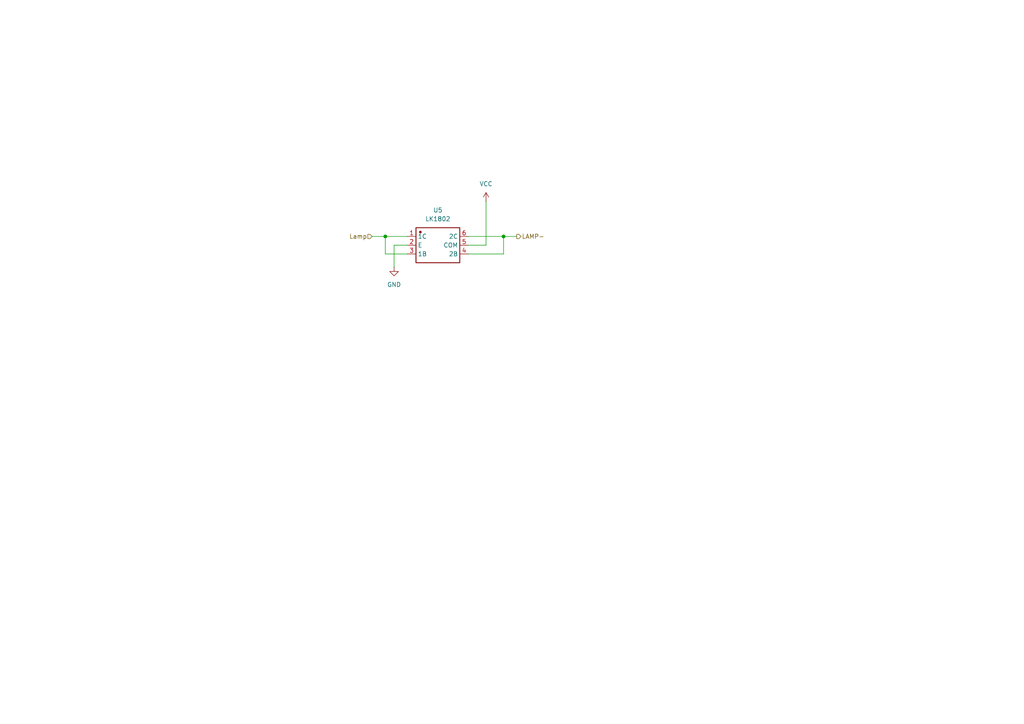
<source format=kicad_sch>
(kicad_sch
	(version 20250114)
	(generator "eeschema")
	(generator_version "9.0")
	(uuid "16728758-6d55-4fac-a59d-e4f5f08e608d")
	(paper "A4")
	(lib_symbols
		(symbol "SCHLIB_LK1802_2025-07-18:LK1802"
			(exclude_from_sim no)
			(in_bom yes)
			(on_board yes)
			(property "Reference" "U?"
				(at 0 0 0)
				(effects
					(font
						(size 1.27 1.27)
					)
				)
			)
			(property "Value" "LK1802"
				(at 0 0 0)
				(effects
					(font
						(size 1.27 1.27)
					)
				)
			)
			(property "Footprint" ""
				(at 0 0 0)
				(effects
					(font
						(size 1.27 1.27)
					)
					(hide yes)
				)
			)
			(property "Datasheet" ""
				(at 0 0 0)
				(effects
					(font
						(size 1.27 1.27)
					)
					(hide yes)
				)
			)
			(property "Description" ""
				(at 0 0 0)
				(effects
					(font
						(size 1.27 1.27)
					)
					(hide yes)
				)
			)
			(property "Manufacturer Part" "LK1802"
				(at 0 0 0)
				(effects
					(font
						(size 1.27 1.27)
					)
					(hide yes)
				)
			)
			(property "Manufacturer" "LANKE(兰科)"
				(at 0 0 0)
				(effects
					(font
						(size 1.27 1.27)
					)
					(hide yes)
				)
			)
			(property "Supplier Part" "C2984831"
				(at 0 0 0)
				(effects
					(font
						(size 1.27 1.27)
					)
					(hide yes)
				)
			)
			(property "Supplier" "LCSC"
				(at 0 0 0)
				(effects
					(font
						(size 1.27 1.27)
					)
					(hide yes)
				)
			)
			(symbol "LK1802_0_0"
				(rectangle
					(start -6.35 5.08)
					(end 6.35 -5.08)
					(stroke
						(width 0.254)
						(type solid)
					)
					(fill
						(type none)
					)
				)
				(circle
					(center -5.08 3.81)
					(radius 0.254)
					(stroke
						(width 0.254)
						(type solid)
					)
					(fill
						(type outline)
					)
				)
				(pin unspecified line
					(at -8.89 2.54 0)
					(length 2.54)
					(name "1C"
						(effects
							(font
								(size 1.27 1.27)
							)
						)
					)
					(number "1"
						(effects
							(font
								(size 1.27 1.27)
							)
						)
					)
				)
				(pin unspecified line
					(at -8.89 0 0)
					(length 2.54)
					(name "E"
						(effects
							(font
								(size 1.27 1.27)
							)
						)
					)
					(number "2"
						(effects
							(font
								(size 1.27 1.27)
							)
						)
					)
				)
				(pin unspecified line
					(at -8.89 -2.54 0)
					(length 2.54)
					(name "1B"
						(effects
							(font
								(size 1.27 1.27)
							)
						)
					)
					(number "3"
						(effects
							(font
								(size 1.27 1.27)
							)
						)
					)
				)
				(pin unspecified line
					(at 8.89 2.54 180)
					(length 2.54)
					(name "2C"
						(effects
							(font
								(size 1.27 1.27)
							)
						)
					)
					(number "6"
						(effects
							(font
								(size 1.27 1.27)
							)
						)
					)
				)
				(pin unspecified line
					(at 8.89 0 180)
					(length 2.54)
					(name "COM"
						(effects
							(font
								(size 1.27 1.27)
							)
						)
					)
					(number "5"
						(effects
							(font
								(size 1.27 1.27)
							)
						)
					)
				)
				(pin unspecified line
					(at 8.89 -2.54 180)
					(length 2.54)
					(name "2B"
						(effects
							(font
								(size 1.27 1.27)
							)
						)
					)
					(number "4"
						(effects
							(font
								(size 1.27 1.27)
							)
						)
					)
				)
			)
			(embedded_fonts no)
		)
		(symbol "power:GND"
			(power)
			(pin_numbers
				(hide yes)
			)
			(pin_names
				(offset 0)
				(hide yes)
			)
			(exclude_from_sim no)
			(in_bom yes)
			(on_board yes)
			(property "Reference" "#PWR"
				(at 0 -6.35 0)
				(effects
					(font
						(size 1.27 1.27)
					)
					(hide yes)
				)
			)
			(property "Value" "GND"
				(at 0 -3.81 0)
				(effects
					(font
						(size 1.27 1.27)
					)
				)
			)
			(property "Footprint" ""
				(at 0 0 0)
				(effects
					(font
						(size 1.27 1.27)
					)
					(hide yes)
				)
			)
			(property "Datasheet" ""
				(at 0 0 0)
				(effects
					(font
						(size 1.27 1.27)
					)
					(hide yes)
				)
			)
			(property "Description" "Power symbol creates a global label with name \"GND\" , ground"
				(at 0 0 0)
				(effects
					(font
						(size 1.27 1.27)
					)
					(hide yes)
				)
			)
			(property "ki_keywords" "global power"
				(at 0 0 0)
				(effects
					(font
						(size 1.27 1.27)
					)
					(hide yes)
				)
			)
			(symbol "GND_0_1"
				(polyline
					(pts
						(xy 0 0) (xy 0 -1.27) (xy 1.27 -1.27) (xy 0 -2.54) (xy -1.27 -1.27) (xy 0 -1.27)
					)
					(stroke
						(width 0)
						(type default)
					)
					(fill
						(type none)
					)
				)
			)
			(symbol "GND_1_1"
				(pin power_in line
					(at 0 0 270)
					(length 0)
					(name "~"
						(effects
							(font
								(size 1.27 1.27)
							)
						)
					)
					(number "1"
						(effects
							(font
								(size 1.27 1.27)
							)
						)
					)
				)
			)
			(embedded_fonts no)
		)
		(symbol "power:VCC"
			(power)
			(pin_numbers
				(hide yes)
			)
			(pin_names
				(offset 0)
				(hide yes)
			)
			(exclude_from_sim no)
			(in_bom yes)
			(on_board yes)
			(property "Reference" "#PWR"
				(at 0 -3.81 0)
				(effects
					(font
						(size 1.27 1.27)
					)
					(hide yes)
				)
			)
			(property "Value" "VCC"
				(at 0 3.556 0)
				(effects
					(font
						(size 1.27 1.27)
					)
				)
			)
			(property "Footprint" ""
				(at 0 0 0)
				(effects
					(font
						(size 1.27 1.27)
					)
					(hide yes)
				)
			)
			(property "Datasheet" ""
				(at 0 0 0)
				(effects
					(font
						(size 1.27 1.27)
					)
					(hide yes)
				)
			)
			(property "Description" "Power symbol creates a global label with name \"VCC\""
				(at 0 0 0)
				(effects
					(font
						(size 1.27 1.27)
					)
					(hide yes)
				)
			)
			(property "ki_keywords" "global power"
				(at 0 0 0)
				(effects
					(font
						(size 1.27 1.27)
					)
					(hide yes)
				)
			)
			(symbol "VCC_0_1"
				(polyline
					(pts
						(xy -0.762 1.27) (xy 0 2.54)
					)
					(stroke
						(width 0)
						(type default)
					)
					(fill
						(type none)
					)
				)
				(polyline
					(pts
						(xy 0 2.54) (xy 0.762 1.27)
					)
					(stroke
						(width 0)
						(type default)
					)
					(fill
						(type none)
					)
				)
				(polyline
					(pts
						(xy 0 0) (xy 0 2.54)
					)
					(stroke
						(width 0)
						(type default)
					)
					(fill
						(type none)
					)
				)
			)
			(symbol "VCC_1_1"
				(pin power_in line
					(at 0 0 90)
					(length 0)
					(name "~"
						(effects
							(font
								(size 1.27 1.27)
							)
						)
					)
					(number "1"
						(effects
							(font
								(size 1.27 1.27)
							)
						)
					)
				)
			)
			(embedded_fonts no)
		)
	)
	(junction
		(at 146.05 68.58)
		(diameter 0)
		(color 0 0 0 0)
		(uuid "10c05c9f-60a1-494c-b27d-59c4b770fda5")
	)
	(junction
		(at 111.76 68.58)
		(diameter 0)
		(color 0 0 0 0)
		(uuid "e0473a16-ec37-4cde-a5ab-bdbe99e90e94")
	)
	(wire
		(pts
			(xy 107.95 68.58) (xy 111.76 68.58)
		)
		(stroke
			(width 0)
			(type default)
		)
		(uuid "23ba6980-9ffa-4abc-a710-50d8d62b111a")
	)
	(wire
		(pts
			(xy 146.05 68.58) (xy 149.86 68.58)
		)
		(stroke
			(width 0)
			(type default)
		)
		(uuid "3266b746-b1e6-45c4-9793-b30e3f530f88")
	)
	(wire
		(pts
			(xy 140.97 71.12) (xy 135.89 71.12)
		)
		(stroke
			(width 0)
			(type default)
		)
		(uuid "4a75e230-36bf-424f-ba92-d8e1746826ee")
	)
	(wire
		(pts
			(xy 135.89 68.58) (xy 146.05 68.58)
		)
		(stroke
			(width 0)
			(type default)
		)
		(uuid "4ab566f5-3ed8-43f4-bc54-d4dfdbaa0c4a")
	)
	(wire
		(pts
			(xy 146.05 73.66) (xy 135.89 73.66)
		)
		(stroke
			(width 0)
			(type default)
		)
		(uuid "4ffd3ba2-6b61-4009-8697-af96a552479e")
	)
	(wire
		(pts
			(xy 111.76 73.66) (xy 111.76 68.58)
		)
		(stroke
			(width 0)
			(type default)
		)
		(uuid "6d3b1d8f-4c5e-4595-bfda-7d9f676a1077")
	)
	(wire
		(pts
			(xy 140.97 58.42) (xy 140.97 71.12)
		)
		(stroke
			(width 0)
			(type default)
		)
		(uuid "8a7d9660-de1b-4b3a-b202-3f34da942b47")
	)
	(wire
		(pts
			(xy 118.11 73.66) (xy 111.76 73.66)
		)
		(stroke
			(width 0)
			(type default)
		)
		(uuid "98dede75-2f39-478a-bb0b-7b56b2925c0b")
	)
	(wire
		(pts
			(xy 118.11 71.12) (xy 114.3 71.12)
		)
		(stroke
			(width 0)
			(type default)
		)
		(uuid "b2d9ab81-e65a-4fbc-bc7d-cdb8d0ed201b")
	)
	(wire
		(pts
			(xy 146.05 68.58) (xy 146.05 73.66)
		)
		(stroke
			(width 0)
			(type default)
		)
		(uuid "b6667a16-1b7f-431d-bfd4-61170a145bfa")
	)
	(wire
		(pts
			(xy 111.76 68.58) (xy 118.11 68.58)
		)
		(stroke
			(width 0)
			(type default)
		)
		(uuid "cdd44b53-30cb-449c-8515-50f57cb00c02")
	)
	(wire
		(pts
			(xy 114.3 71.12) (xy 114.3 77.47)
		)
		(stroke
			(width 0)
			(type default)
		)
		(uuid "f76edf22-645c-4d4a-9f6d-530c7705bbcc")
	)
	(hierarchical_label "Lamp"
		(shape input)
		(at 107.95 68.58 180)
		(effects
			(font
				(size 1.27 1.27)
			)
			(justify right)
		)
		(uuid "27b2d976-39b0-4e92-8b45-4d0ac869d64d")
	)
	(hierarchical_label "LAMP-"
		(shape output)
		(at 149.86 68.58 0)
		(effects
			(font
				(size 1.27 1.27)
			)
			(justify left)
		)
		(uuid "74a3129a-19af-4d78-b535-e17d1aed60af")
	)
	(symbol
		(lib_id "power:GND")
		(at 114.3 77.47 0)
		(unit 1)
		(exclude_from_sim no)
		(in_bom yes)
		(on_board yes)
		(dnp no)
		(fields_autoplaced yes)
		(uuid "0578a0b2-b496-4c47-bcb9-0e0f27ad9b0c")
		(property "Reference" "#PWR050"
			(at 114.3 83.82 0)
			(effects
				(font
					(size 1.27 1.27)
				)
				(hide yes)
			)
		)
		(property "Value" "GND"
			(at 114.3 82.55 0)
			(effects
				(font
					(size 1.27 1.27)
				)
			)
		)
		(property "Footprint" ""
			(at 114.3 77.47 0)
			(effects
				(font
					(size 1.27 1.27)
				)
				(hide yes)
			)
		)
		(property "Datasheet" ""
			(at 114.3 77.47 0)
			(effects
				(font
					(size 1.27 1.27)
				)
				(hide yes)
			)
		)
		(property "Description" "Power symbol creates a global label with name \"GND\" , ground"
			(at 114.3 77.47 0)
			(effects
				(font
					(size 1.27 1.27)
				)
				(hide yes)
			)
		)
		(pin "1"
			(uuid "cfaa6b30-398c-4e42-8643-1a2e9540c70c")
		)
		(instances
			(project "MICROOO PUERTA"
				(path "/1b977d99-1d22-4971-9e37-13f65a474bc7/be4a5a19-382f-465e-8ce7-b4d36dda7d2a/bfcc3fa2-33a1-42b9-9f87-e8fbea842790"
					(reference "#PWR050")
					(unit 1)
				)
			)
		)
	)
	(symbol
		(lib_id "power:VCC")
		(at 140.97 58.42 0)
		(unit 1)
		(exclude_from_sim no)
		(in_bom yes)
		(on_board yes)
		(dnp no)
		(fields_autoplaced yes)
		(uuid "0b507e59-37c9-4c08-99f0-39ac32a2d867")
		(property "Reference" "#PWR061"
			(at 140.97 62.23 0)
			(effects
				(font
					(size 1.27 1.27)
				)
				(hide yes)
			)
		)
		(property "Value" "VCC"
			(at 140.97 53.34 0)
			(effects
				(font
					(size 1.27 1.27)
				)
			)
		)
		(property "Footprint" ""
			(at 140.97 58.42 0)
			(effects
				(font
					(size 1.27 1.27)
				)
				(hide yes)
			)
		)
		(property "Datasheet" ""
			(at 140.97 58.42 0)
			(effects
				(font
					(size 1.27 1.27)
				)
				(hide yes)
			)
		)
		(property "Description" "Power symbol creates a global label with name \"VCC\""
			(at 140.97 58.42 0)
			(effects
				(font
					(size 1.27 1.27)
				)
				(hide yes)
			)
		)
		(pin "1"
			(uuid "e5539712-f46b-4756-87a1-3321b1bd2723")
		)
		(instances
			(project "MICROOO PUERTA"
				(path "/1b977d99-1d22-4971-9e37-13f65a474bc7/be4a5a19-382f-465e-8ce7-b4d36dda7d2a/bfcc3fa2-33a1-42b9-9f87-e8fbea842790"
					(reference "#PWR061")
					(unit 1)
				)
			)
		)
	)
	(symbol
		(lib_id "SCHLIB_LK1802_2025-07-18:LK1802")
		(at 127 71.12 0)
		(unit 1)
		(exclude_from_sim no)
		(in_bom yes)
		(on_board yes)
		(dnp no)
		(fields_autoplaced yes)
		(uuid "68873e63-7b31-4957-8305-4e3f70f6a66b")
		(property "Reference" "U5"
			(at 127 60.96 0)
			(effects
				(font
					(size 1.27 1.27)
				)
			)
		)
		(property "Value" "LK1802"
			(at 127 63.5 0)
			(effects
				(font
					(size 1.27 1.27)
				)
			)
		)
		(property "Footprint" ""
			(at 127 71.12 0)
			(effects
				(font
					(size 1.27 1.27)
				)
				(hide yes)
			)
		)
		(property "Datasheet" ""
			(at 127 71.12 0)
			(effects
				(font
					(size 1.27 1.27)
				)
				(hide yes)
			)
		)
		(property "Description" ""
			(at 127 71.12 0)
			(effects
				(font
					(size 1.27 1.27)
				)
				(hide yes)
			)
		)
		(property "Manufacturer Part" "LK1802"
			(at 127 71.12 0)
			(effects
				(font
					(size 1.27 1.27)
				)
				(hide yes)
			)
		)
		(property "Manufacturer" "LANKE(兰科)"
			(at 127 71.12 0)
			(effects
				(font
					(size 1.27 1.27)
				)
				(hide yes)
			)
		)
		(property "Supplier Part" "C2984831"
			(at 127 71.12 0)
			(effects
				(font
					(size 1.27 1.27)
				)
				(hide yes)
			)
		)
		(property "Supplier" "LCSC"
			(at 127 71.12 0)
			(effects
				(font
					(size 1.27 1.27)
				)
				(hide yes)
			)
		)
		(pin "2"
			(uuid "ecd4d524-f620-4999-8cbc-d09e4e07a4ae")
		)
		(pin "3"
			(uuid "a20b6763-354b-47f6-a63a-ffbf9a418aae")
		)
		(pin "6"
			(uuid "0b1c5edb-a83f-4585-b57e-2efb70d02477")
		)
		(pin "1"
			(uuid "f3c15fea-c962-4592-83d6-867af59abda5")
		)
		(pin "5"
			(uuid "ae075685-2084-4f56-b6a3-228d364df306")
		)
		(pin "4"
			(uuid "017457bb-d393-4bcd-a493-5a20d4066494")
		)
		(instances
			(project ""
				(path "/1b977d99-1d22-4971-9e37-13f65a474bc7/be4a5a19-382f-465e-8ce7-b4d36dda7d2a/bfcc3fa2-33a1-42b9-9f87-e8fbea842790"
					(reference "U5")
					(unit 1)
				)
			)
		)
	)
)

</source>
